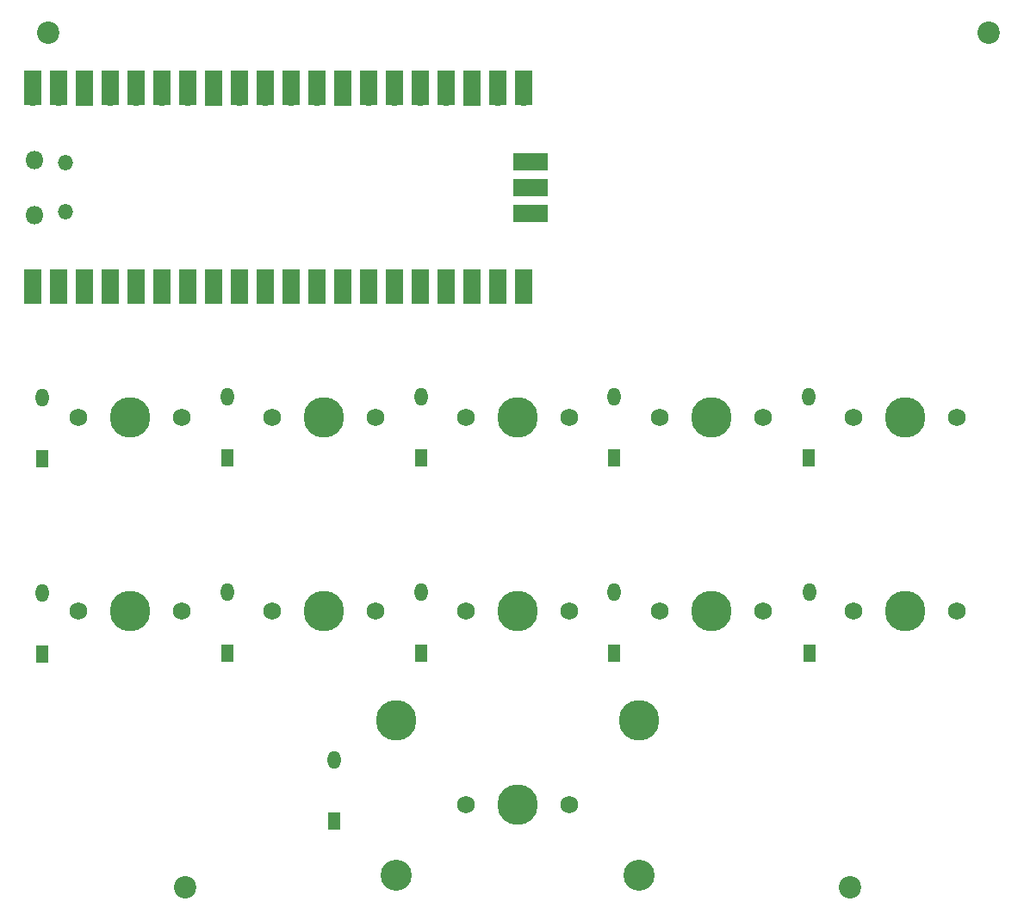
<source format=gbr>
%TF.GenerationSoftware,KiCad,Pcbnew,(5.1.12-1-10_14)*%
%TF.CreationDate,2021-12-05T15:19:09+09:00*%
%TF.ProjectId,PicoRubyMacroPad,5069636f-5275-4627-994d-6163726f5061,rev?*%
%TF.SameCoordinates,Original*%
%TF.FileFunction,Soldermask,Top*%
%TF.FilePolarity,Negative*%
%FSLAX46Y46*%
G04 Gerber Fmt 4.6, Leading zero omitted, Abs format (unit mm)*
G04 Created by KiCad (PCBNEW (5.1.12-1-10_14)) date 2021-12-05 15:19:09*
%MOMM*%
%LPD*%
G01*
G04 APERTURE LIST*
%ADD10O,1.300000X1.778000*%
%ADD11R,1.300000X1.778000*%
%ADD12C,2.200000*%
%ADD13C,3.987800*%
%ADD14C,1.750000*%
%ADD15C,3.048000*%
%ADD16O,1.700000X1.700000*%
%ADD17R,3.500000X1.700000*%
%ADD18R,1.700000X1.700000*%
%ADD19O,1.500000X1.500000*%
%ADD20O,1.800000X1.800000*%
%ADD21R,1.700000X3.500000*%
G04 APERTURE END LIST*
D10*
%TO.C,D11*%
X105900000Y-118700000D03*
D11*
X105900000Y-124700000D03*
%TD*%
D12*
%TO.C,H4*%
X156600000Y-131200000D03*
%TD*%
%TO.C,H3*%
X91200000Y-131200000D03*
%TD*%
%TO.C,H2*%
X170200000Y-47200000D03*
%TD*%
%TO.C,H1*%
X77800000Y-47200000D03*
%TD*%
D13*
%TO.C,SW11*%
X123900000Y-123100000D03*
D14*
X118820000Y-123100000D03*
X128980000Y-123100000D03*
D15*
X111993750Y-130085000D03*
X135806250Y-130085000D03*
D13*
X111993750Y-114845000D03*
X135806250Y-114845000D03*
%TD*%
%TO.C,SW10*%
X162000000Y-104050000D03*
D14*
X156920000Y-104050000D03*
X167080000Y-104050000D03*
%TD*%
D13*
%TO.C,SW9*%
X142950000Y-104050000D03*
D14*
X137870000Y-104050000D03*
X148030000Y-104050000D03*
%TD*%
D13*
%TO.C,SW8*%
X123900000Y-104050000D03*
D14*
X118820000Y-104050000D03*
X128980000Y-104050000D03*
%TD*%
D13*
%TO.C,SW7*%
X104850000Y-104050000D03*
D14*
X99770000Y-104050000D03*
X109930000Y-104050000D03*
%TD*%
D13*
%TO.C,SW6*%
X85800000Y-104050000D03*
D14*
X80720000Y-104050000D03*
X90880000Y-104050000D03*
%TD*%
D10*
%TO.C,D10*%
X152600000Y-102200000D03*
D11*
X152600000Y-108200000D03*
%TD*%
D10*
%TO.C,D9*%
X133400000Y-102200000D03*
D11*
X133400000Y-108200000D03*
%TD*%
D10*
%TO.C,D8*%
X114400000Y-102225000D03*
D11*
X114400000Y-108225000D03*
%TD*%
D10*
%TO.C,D7*%
X95400000Y-102200000D03*
D11*
X95400000Y-108200000D03*
%TD*%
D10*
%TO.C,D6*%
X77200000Y-102275000D03*
D11*
X77200000Y-108275000D03*
%TD*%
D10*
%TO.C,D5*%
X152500000Y-83000000D03*
D11*
X152500000Y-89000000D03*
%TD*%
D10*
%TO.C,D4*%
X133400000Y-83000000D03*
D11*
X133400000Y-89000000D03*
%TD*%
D10*
%TO.C,D3*%
X114400000Y-83000000D03*
D11*
X114400000Y-89000000D03*
%TD*%
D10*
%TO.C,D2*%
X95400000Y-83000000D03*
D11*
X95400000Y-89000000D03*
%TD*%
D10*
%TO.C,D1*%
X77200000Y-83075000D03*
D11*
X77200000Y-89075000D03*
%TD*%
D13*
%TO.C,SW5*%
X162000000Y-85000000D03*
D14*
X156920000Y-85000000D03*
X167080000Y-85000000D03*
%TD*%
D13*
%TO.C,SW4*%
X142950000Y-85000000D03*
D14*
X137870000Y-85000000D03*
X148030000Y-85000000D03*
%TD*%
D13*
%TO.C,SW3*%
X123900000Y-85000000D03*
D14*
X118820000Y-85000000D03*
X128980000Y-85000000D03*
%TD*%
D13*
%TO.C,SW2*%
X104850000Y-85000000D03*
D14*
X99770000Y-85000000D03*
X109930000Y-85000000D03*
%TD*%
D13*
%TO.C,SW1*%
X85800000Y-85000000D03*
D14*
X80720000Y-85000000D03*
X90880000Y-85000000D03*
%TD*%
D16*
%TO.C,U1*%
X124300000Y-59850000D03*
D17*
X125200000Y-59850000D03*
D18*
X124300000Y-62390000D03*
D17*
X125200000Y-62390000D03*
D16*
X124300000Y-64930000D03*
D17*
X125200000Y-64930000D03*
D19*
X79430000Y-59965000D03*
X79430000Y-64815000D03*
D20*
X76400000Y-59665000D03*
X76400000Y-65115000D03*
D21*
X124530000Y-52600000D03*
X121990000Y-52600000D03*
X119450000Y-52600000D03*
X116910000Y-52600000D03*
X114370000Y-52600000D03*
X111830000Y-52600000D03*
X109290000Y-52600000D03*
X106750000Y-52600000D03*
X104210000Y-52600000D03*
X101670000Y-52600000D03*
X99130000Y-52600000D03*
X96590000Y-52600000D03*
X94050000Y-52600000D03*
X91510000Y-52600000D03*
X88970000Y-52600000D03*
X86430000Y-52600000D03*
X83890000Y-52600000D03*
X81350000Y-52600000D03*
X78810000Y-52600000D03*
X76270000Y-52600000D03*
X124530000Y-72180000D03*
X121990000Y-72180000D03*
X119450000Y-72180000D03*
X116910000Y-72180000D03*
X114370000Y-72180000D03*
X111830000Y-72180000D03*
X109290000Y-72180000D03*
X106750000Y-72180000D03*
X104210000Y-72180000D03*
X101670000Y-72180000D03*
X99130000Y-72180000D03*
X96590000Y-72180000D03*
X94050000Y-72180000D03*
X91510000Y-72180000D03*
X88970000Y-72180000D03*
X86430000Y-72180000D03*
X83890000Y-72180000D03*
X81350000Y-72180000D03*
X78810000Y-72180000D03*
X76270000Y-72180000D03*
D16*
X76270000Y-53500000D03*
X78810000Y-53500000D03*
D18*
X81350000Y-53500000D03*
D16*
X83890000Y-53500000D03*
X86430000Y-53500000D03*
X88970000Y-53500000D03*
X91510000Y-53500000D03*
D18*
X94050000Y-53500000D03*
D16*
X96590000Y-53500000D03*
X99130000Y-53500000D03*
X101670000Y-53500000D03*
X104210000Y-53500000D03*
D18*
X106750000Y-53500000D03*
D16*
X109290000Y-53500000D03*
X111830000Y-53500000D03*
X114370000Y-53500000D03*
X116910000Y-53500000D03*
D18*
X119450000Y-53500000D03*
D16*
X121990000Y-53500000D03*
X124530000Y-53500000D03*
X124530000Y-71280000D03*
X121990000Y-71280000D03*
D18*
X119450000Y-71280000D03*
D16*
X116910000Y-71280000D03*
X114370000Y-71280000D03*
X111830000Y-71280000D03*
X109290000Y-71280000D03*
D18*
X106750000Y-71280000D03*
D16*
X104210000Y-71280000D03*
X101670000Y-71280000D03*
X99130000Y-71280000D03*
X96590000Y-71280000D03*
D18*
X94050000Y-71280000D03*
D16*
X91510000Y-71280000D03*
X88970000Y-71280000D03*
X86430000Y-71280000D03*
X83890000Y-71280000D03*
D18*
X81350000Y-71280000D03*
D16*
X78810000Y-71280000D03*
X76270000Y-71280000D03*
%TD*%
M02*

</source>
